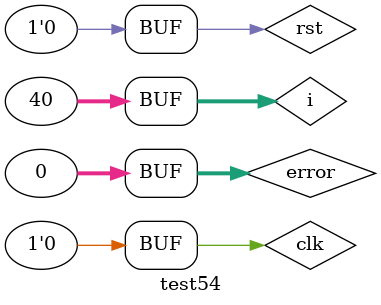
<source format=v>
`timescale 1ns / 1ps

module test54();

    reg clk;
    reg rst;
    reg [31:0] a,b;
    wire [31:0] c;
    
    verified_pe dut(clk,rst,a,b,c);

    integer i;
    integer error=0;
    reg [31:0]num_a[0:39];
    reg [31:0]num_b[0:39];
    reg [31:0]result[0:39];


    initial begin

    a=0;
    b=0;
    clk=0;
    rst=1;
    #5;
    clk=1;
    #5;
    clk=0;
    rst=0;
    #5;
    for(i=0;i<40;i=i+1)begin
        a=num_a[i];
        b=num_b[i];
        #5;
        clk=1;
        #5;
        clk=0;
        error=(c==result[i])?error:error+1;
    end
    

    //$display("%h", c);

	if(error==0)
	begin
		$display("===========Your Design Passed===========");
        end
	else
	begin
		$display("===========Error===========");
	end
    end

initial begin
num_a[0] = 32'H7E03B4E9;
num_b[0] = 32'H051AC9D7;
result[0] = 32'HAAD1E0AF;
num_a[1] = 32'H28326024;
num_b[1] = 32'H0CDA633D;
result[1] = 32'H48A8B543;
num_a[2] = 32'H1B903C07;
num_b[2] = 32'H5F8E008F;
result[2] = 32'H931C3D2C;
num_a[3] = 32'H4E3972B1;
num_b[3] = 32'HB608E197;
result[3] = 32'HA0547493;
num_a[4] = 32'H5024F69C;
num_b[4] = 32'H4738CCAE;
result[4] = 32'HC418629B;
num_a[5] = 32'HC7FC58BA;
num_b[5] = 32'H60DEF208;
result[5] = 32'H4126FC6B;
num_a[6] = 32'H4121093A;
num_b[6] = 32'H416BC2B4;
result[6] = 32'HAA9D6D33;
num_a[7] = 32'HA5ECB2E2;
num_b[7] = 32'H39EB0A86;
result[7] = 32'H4AF5E37F;
num_a[8] = 32'HD4764B4E;
num_b[8] = 32'H8680ABF6;
result[8] = 32'HF3EF5A73;
num_a[9] = 32'H3AA7A5DD;
num_b[9] = 32'HFAF9BD87;
result[9] = 32'HCDC0FAFE;
num_a[10] = 32'HB05B4BB9;
num_b[10] = 32'H8433AE50;
result[10] = 32'H719B62CE;
num_a[11] = 32'H4D1C3F28;
num_b[11] = 32'H54CBDA35;
result[11] = 32'HAAF48616;
num_a[12] = 32'H2A5E25F0;
num_b[12] = 32'H1AA82FD6;
result[12] = 32'HA41F4CB6;
num_a[13] = 32'H8B7BA8FA;
num_b[13] = 32'H9D664FD5;
result[13] = 32'H80C40AB8;
num_a[14] = 32'H3D7DD2ED;
num_b[14] = 32'HA04B4DF6;
result[14] = 32'H5B8D0376;
num_a[15] = 32'H0C40BD9D;
num_b[15] = 32'HA95500EA;
result[15] = 32'H28DB54F8;
num_a[16] = 32'HD6B2E2FB;
num_b[16] = 32'H2E21E867;
result[16] = 32'H04E31FF5;
num_a[17] = 32'H32DCF48B;
num_b[17] = 32'H85CD1A99;
result[17] = 32'HE6166508;
num_a[18] = 32'H5FCD7414;
num_b[18] = 32'H932199D6;
result[18] = 32'H38C961C0;
num_a[19] = 32'H8BE66474;
num_b[19] = 32'HE3AB4748;
result[19] = 32'H6CEDCE60;
num_a[20] = 32'HAA72E92D;
num_b[20] = 32'H63B52712;
result[20] = 32'H2E590E8A;
num_a[21] = 32'H6455A7C8;
num_b[21] = 32'H9AD95AB5;
result[21] = 32'HC46CFEF2;
num_a[22] = 32'H3CB2C201;
num_b[22] = 32'H4C6AE260;
result[22] = 32'HF724A152;
num_a[23] = 32'HB0EC8B03;
num_b[23] = 32'HB53D9240;
result[23] = 32'H58461812;
num_a[24] = 32'HBC50136B;
num_b[24] = 32'HFE5749C4;
result[24] = 32'H1E7B78FE;
num_a[25] = 32'H6A5E0136;
num_b[25] = 32'H52010B4B;
result[25] = 32'H9F4925D0;
num_a[26] = 32'H01BE9A45;
num_b[26] = 32'H9CB6CA58;
result[26] = 32'H57969F88;
num_a[27] = 32'HAC292FBC;
num_b[27] = 32'HC11D2C86;
result[27] = 32'HADA5EBF0;
num_a[28] = 32'HC2004474;
num_b[28] = 32'H48DF7E85;
result[28] = 32'HDA869434;
num_a[29] = 32'HF348332F;
num_b[29] = 32'HCA9EC63A;
result[29] = 32'H7D7A86DA;
num_a[30] = 32'HD514C03C;
num_b[30] = 32'HBDF4C9D7;
result[30] = 32'H4207153E;
num_a[31] = 32'H1AA2D44D;
num_b[31] = 32'H07E2E7F9;
result[31] = 32'H9EF30F23;
num_a[32] = 32'H6F29985D;
num_b[32] = 32'H34B3544F;
result[32] = 32'HFFCE97D6;
num_a[33] = 32'H4F54B855;
num_b[33] = 32'H604748EA;
result[33] = 32'H56A9FD88;
num_a[34] = 32'H452C7185;
num_b[34] = 32'HFCCDFB9D;
result[34] = 32'H29BA0319;
num_a[35] = 32'HDDD68425;
num_b[35] = 32'H1C46303D;
result[35] = 32'H6CBC6FEA;
num_a[36] = 32'H81562719;
num_b[36] = 32'H851A3DCE;
result[36] = 32'HFCEADB08;
num_a[37] = 32'H947DF48A;
num_b[37] = 32'H5425ED5F;
result[37] = 32'H52FE5C3E;
num_a[38] = 32'HBD239553;
num_b[38] = 32'HA3524CF6;
result[38] = 32'H511A7E00;
num_a[39] = 32'H627521E4;
num_b[39] = 32'H06686E19;
result[39] = 32'H5FBAC544;


end
endmodule

</source>
